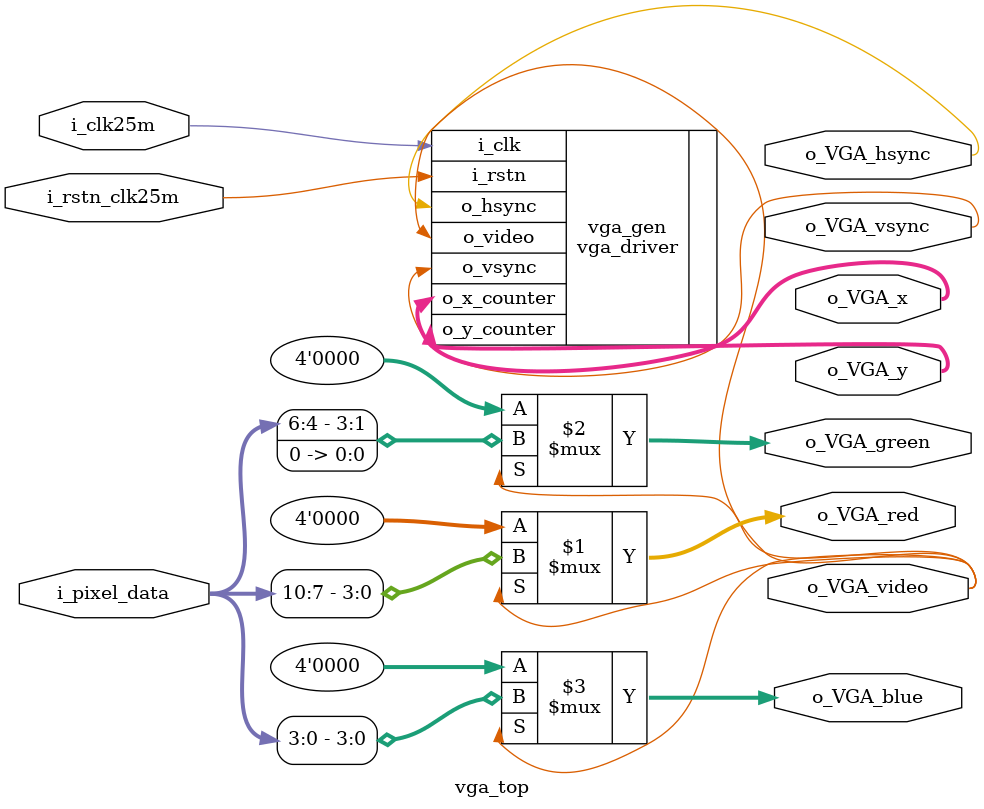
<source format=v>
`timescale 1ns / 1ps
`default_nettype none

module vga_top
(
    input wire          i_clk25m,
    input wire          i_rstn_clk25m,
    input wire [11:0]   i_pixel_data,  
    
    output wire [10:0]   o_VGA_x,
    output wire [10:0]   o_VGA_y,
    output wire         o_VGA_vsync,
    output wire         o_VGA_hsync,
    output wire         o_VGA_video,
    output wire [3:0]   o_VGA_red,
    output wire [3:0]   o_VGA_green,
    output wire [3:0]   o_VGA_blue
);

    vga_driver vga_gen
    (
        .i_clk(i_clk25m),
        .i_rstn(i_rstn_clk25m),
        .o_x_counter(o_VGA_x),
        .o_y_counter(o_VGA_y),
        .o_video(o_VGA_video),
        .o_hsync(o_VGA_hsync),
        .o_vsync(o_VGA_vsync)
    );

    assign o_VGA_red   = o_VGA_video ? i_pixel_data[10:7] : 4'h0;
    assign o_VGA_green = o_VGA_video ?  {i_pixel_data[6:4], 1'b0} : 4'h0;
    assign o_VGA_blue  = o_VGA_video ? i_pixel_data[3:0] : 4'h0;

endmodule

</source>
